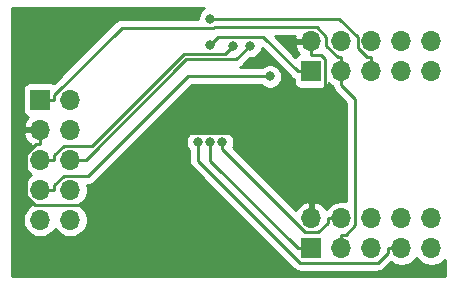
<source format=gbl>
%TF.GenerationSoftware,KiCad,Pcbnew,(5.1.6-0-10_14)*%
%TF.CreationDate,2020-09-10T16:31:07+09:00*%
%TF.ProjectId,qPCR-ledcontrol,71504352-2d6c-4656-9463-6f6e74726f6c,rev?*%
%TF.SameCoordinates,Original*%
%TF.FileFunction,Copper,L2,Bot*%
%TF.FilePolarity,Positive*%
%FSLAX46Y46*%
G04 Gerber Fmt 4.6, Leading zero omitted, Abs format (unit mm)*
G04 Created by KiCad (PCBNEW (5.1.6-0-10_14)) date 2020-09-10 16:31:07*
%MOMM*%
%LPD*%
G01*
G04 APERTURE LIST*
%TA.AperFunction,ComponentPad*%
%ADD10O,1.700000X1.700000*%
%TD*%
%TA.AperFunction,ComponentPad*%
%ADD11R,1.700000X1.700000*%
%TD*%
%TA.AperFunction,ViaPad*%
%ADD12C,0.800000*%
%TD*%
%TA.AperFunction,Conductor*%
%ADD13C,0.250000*%
%TD*%
%TA.AperFunction,Conductor*%
%ADD14C,0.254000*%
%TD*%
G04 APERTURE END LIST*
D10*
%TO.P,N_CONN1,10*%
%TO.N,N_LED_OUT2*%
X120160000Y-72460000D03*
%TO.P,N_CONN1,9*%
%TO.N,N_LED_OUT1*%
X120160000Y-75000000D03*
%TO.P,N_CONN1,8*%
%TO.N,N_LED_OUT4*%
X117620000Y-72460000D03*
%TO.P,N_CONN1,7*%
%TO.N,N_LED_OUT3*%
X117620000Y-75000000D03*
%TO.P,N_CONN1,6*%
%TO.N,N_LED_OUT7*%
X115080000Y-72460000D03*
%TO.P,N_CONN1,5*%
%TO.N,N_LED_OUT8*%
X115080000Y-75000000D03*
%TO.P,N_CONN1,4*%
%TO.N,N_LED_OUT6*%
X112540000Y-72460000D03*
%TO.P,N_CONN1,3*%
%TO.N,VCC_LED*%
X112540000Y-75000000D03*
%TO.P,N_CONN1,2*%
%TO.N,GND*%
X110000000Y-72460000D03*
D11*
%TO.P,N_CONN1,1*%
%TO.N,N_LED_OUT5*%
X110000000Y-75000000D03*
%TD*%
%TO.P,S_CONN1,1*%
%TO.N,S_LED_OUT5*%
X110000000Y-90000000D03*
D10*
%TO.P,S_CONN1,2*%
%TO.N,GND*%
X110000000Y-87460000D03*
%TO.P,S_CONN1,3*%
%TO.N,VCC_LED*%
X112540000Y-90000000D03*
%TO.P,S_CONN1,4*%
%TO.N,S_LED_OUT6*%
X112540000Y-87460000D03*
%TO.P,S_CONN1,5*%
%TO.N,S_LED_OUT8*%
X115080000Y-90000000D03*
%TO.P,S_CONN1,6*%
%TO.N,S_LED_OUT7*%
X115080000Y-87460000D03*
%TO.P,S_CONN1,7*%
%TO.N,S_LED_OUT3*%
X117620000Y-90000000D03*
%TO.P,S_CONN1,8*%
%TO.N,S_LED_OUT4*%
X117620000Y-87460000D03*
%TO.P,S_CONN1,9*%
%TO.N,S_LED_OUT1*%
X120160000Y-90000000D03*
%TO.P,S_CONN1,10*%
%TO.N,S_LED_OUT2*%
X120160000Y-87460000D03*
%TD*%
%TO.P,U1,10*%
%TO.N,I2C_SDA*%
X89575600Y-87580000D03*
%TO.P,U1,9*%
%TO.N,I2C_SCL*%
X87035600Y-87580000D03*
%TO.P,U1,8*%
%TO.N,LED_SPI_MISO*%
X89575600Y-85040000D03*
%TO.P,U1,7*%
%TO.N,LED_SPI_MOSI*%
X87035600Y-85040000D03*
%TO.P,U1,6*%
%TO.N,LED_SPI_SCLK*%
X89575600Y-82500000D03*
%TO.P,U1,5*%
%TO.N,LED_LAT*%
X87035600Y-82500000D03*
%TO.P,U1,4*%
%TO.N,LED_PWM*%
X89575600Y-79960000D03*
%TO.P,U1,3*%
%TO.N,GND*%
X87035600Y-79960000D03*
%TO.P,U1,2*%
%TO.N,VCC_LOGIC*%
X89575600Y-77420000D03*
D11*
%TO.P,U1,1*%
%TO.N,VCC_LED*%
X87035600Y-77420000D03*
%TD*%
D12*
%TO.N,N_LED_OUT8*%
X101439400Y-70575000D03*
%TO.N,N_LED_OUT5*%
X101420600Y-72796800D03*
%TO.N,S_LED_OUT5*%
X101409400Y-81022100D03*
%TO.N,S_LED_OUT6*%
X102409800Y-80996700D03*
%TO.N,S_LED_OUT3*%
X100409000Y-80991600D03*
%TO.N,LED_SPI_MOSI*%
X106494100Y-75440000D03*
%TO.N,LED_SPI_SCLK*%
X104784700Y-72846100D03*
%TO.N,LED_LAT*%
X103340900Y-72851600D03*
%TD*%
D13*
%TO.N,N_LED_OUT8*%
X115080000Y-75000000D02*
X115080000Y-73824700D01*
X101439400Y-70575000D02*
X112352200Y-70575000D01*
X112352200Y-70575000D02*
X113904700Y-72127500D01*
X113904700Y-72127500D02*
X113904700Y-73016800D01*
X113904700Y-73016800D02*
X114712600Y-73824700D01*
X114712600Y-73824700D02*
X115080000Y-73824700D01*
%TO.N,VCC_LED*%
X88210900Y-77420000D02*
X88210900Y-77052700D01*
X88210900Y-77052700D02*
X93963300Y-71300300D01*
X93963300Y-71300300D02*
X101739900Y-71300300D01*
X101739900Y-71300300D02*
X101776300Y-71263900D01*
X101776300Y-71263900D02*
X110471800Y-71263900D01*
X110471800Y-71263900D02*
X111270000Y-72062100D01*
X111270000Y-72062100D02*
X111270000Y-72874600D01*
X111270000Y-72874600D02*
X112220100Y-73824700D01*
X112220100Y-73824700D02*
X112540000Y-73824700D01*
X112540000Y-75000000D02*
X112540000Y-73824700D01*
X87035600Y-77420000D02*
X88210900Y-77420000D01*
X112540000Y-90000000D02*
X112540000Y-88824700D01*
X112540000Y-75000000D02*
X112540000Y-76175300D01*
X112540000Y-76175300D02*
X113715300Y-77350600D01*
X113715300Y-77350600D02*
X113715300Y-88016800D01*
X113715300Y-88016800D02*
X112907400Y-88824700D01*
X112907400Y-88824700D02*
X112540000Y-88824700D01*
%TO.N,GND*%
X110000000Y-80245300D02*
X111175300Y-79070000D01*
X111175300Y-79070000D02*
X111175300Y-74002600D01*
X111175300Y-74002600D02*
X110808000Y-73635300D01*
X110808000Y-73635300D02*
X110000000Y-73635300D01*
X87035600Y-81135300D02*
X86668300Y-81135300D01*
X86668300Y-81135300D02*
X85815900Y-81987700D01*
X85815900Y-81987700D02*
X85815900Y-85550600D01*
X85815900Y-85550600D02*
X86575300Y-86310000D01*
X86575300Y-86310000D02*
X92201300Y-86310000D01*
X92201300Y-86310000D02*
X98266000Y-80245300D01*
X98266000Y-80245300D02*
X110000000Y-80245300D01*
X110000000Y-80245300D02*
X110000000Y-86284700D01*
X87035600Y-79960000D02*
X87035600Y-81135300D01*
X110000000Y-87460000D02*
X110000000Y-86284700D01*
X110000000Y-72460000D02*
X110000000Y-73635300D01*
%TO.N,N_LED_OUT5*%
X108824700Y-75000000D02*
X105920100Y-72095400D01*
X105920100Y-72095400D02*
X102122000Y-72095400D01*
X102122000Y-72095400D02*
X101420600Y-72796800D01*
X110000000Y-75000000D02*
X108824700Y-75000000D01*
%TO.N,S_LED_OUT5*%
X108824700Y-90000000D02*
X101409400Y-82584700D01*
X101409400Y-82584700D02*
X101409400Y-81022100D01*
X110000000Y-90000000D02*
X108824700Y-90000000D01*
%TO.N,S_LED_OUT6*%
X111364700Y-87460000D02*
X111364700Y-87827400D01*
X111364700Y-87827400D02*
X110556800Y-88635300D01*
X110556800Y-88635300D02*
X109471500Y-88635300D01*
X109471500Y-88635300D02*
X102409800Y-81573600D01*
X102409800Y-81573600D02*
X102409800Y-80996700D01*
X112540000Y-87460000D02*
X111364700Y-87460000D01*
%TO.N,S_LED_OUT3*%
X116444700Y-90000000D02*
X116444700Y-90367300D01*
X116444700Y-90367300D02*
X115614000Y-91198000D01*
X115614000Y-91198000D02*
X109022500Y-91198000D01*
X109022500Y-91198000D02*
X100409000Y-82584500D01*
X100409000Y-82584500D02*
X100409000Y-80991600D01*
X117620000Y-90000000D02*
X116444700Y-90000000D01*
%TO.N,LED_SPI_MOSI*%
X106494100Y-75440000D02*
X99552900Y-75440000D01*
X99552900Y-75440000D02*
X91128200Y-83864700D01*
X91128200Y-83864700D02*
X89018800Y-83864700D01*
X89018800Y-83864700D02*
X88210900Y-84672600D01*
X88210900Y-84672600D02*
X88210900Y-85040000D01*
X87035600Y-85040000D02*
X88210900Y-85040000D01*
%TO.N,LED_SPI_SCLK*%
X90750900Y-82500000D02*
X90910000Y-82500000D01*
X90910000Y-82500000D02*
X99420100Y-73989900D01*
X99420100Y-73989900D02*
X103640900Y-73989900D01*
X103640900Y-73989900D02*
X104784700Y-72846100D01*
X89575600Y-82500000D02*
X90750900Y-82500000D01*
%TO.N,LED_LAT*%
X88210900Y-82500000D02*
X88210900Y-82132600D01*
X88210900Y-82132600D02*
X89018800Y-81324700D01*
X89018800Y-81324700D02*
X91448400Y-81324700D01*
X91448400Y-81324700D02*
X99251000Y-73522100D01*
X99251000Y-73522100D02*
X102670400Y-73522100D01*
X102670400Y-73522100D02*
X103340900Y-72851600D01*
X87035600Y-82500000D02*
X88210900Y-82500000D01*
%TD*%
D14*
%TO.N,GND*%
G36*
X100779626Y-69771063D02*
G01*
X100635463Y-69915226D01*
X100522195Y-70084744D01*
X100444174Y-70273102D01*
X100404400Y-70473061D01*
X100404400Y-70540300D01*
X94000622Y-70540300D01*
X93963299Y-70536624D01*
X93925976Y-70540300D01*
X93925967Y-70540300D01*
X93814314Y-70551297D01*
X93671053Y-70594754D01*
X93539023Y-70665326D01*
X93455383Y-70733968D01*
X93423299Y-70760299D01*
X93399501Y-70789297D01*
X88180950Y-76007849D01*
X88129780Y-75980498D01*
X88010082Y-75944188D01*
X87885600Y-75931928D01*
X86185600Y-75931928D01*
X86061118Y-75944188D01*
X85941420Y-75980498D01*
X85831106Y-76039463D01*
X85734415Y-76118815D01*
X85655063Y-76215506D01*
X85596098Y-76325820D01*
X85559788Y-76445518D01*
X85547528Y-76570000D01*
X85547528Y-78270000D01*
X85559788Y-78394482D01*
X85596098Y-78514180D01*
X85655063Y-78624494D01*
X85734415Y-78721185D01*
X85831106Y-78800537D01*
X85941420Y-78859502D01*
X86022066Y-78883966D01*
X85938012Y-78959731D01*
X85763959Y-79193080D01*
X85638775Y-79455901D01*
X85594124Y-79603110D01*
X85715445Y-79833000D01*
X86908600Y-79833000D01*
X86908600Y-79813000D01*
X87162600Y-79813000D01*
X87162600Y-79833000D01*
X87182600Y-79833000D01*
X87182600Y-80087000D01*
X87162600Y-80087000D01*
X87162600Y-80107000D01*
X86908600Y-80107000D01*
X86908600Y-80087000D01*
X85715445Y-80087000D01*
X85594124Y-80316890D01*
X85638775Y-80464099D01*
X85763959Y-80726920D01*
X85938012Y-80960269D01*
X86154245Y-81155178D01*
X86271134Y-81224805D01*
X86088968Y-81346525D01*
X85882125Y-81553368D01*
X85719610Y-81796589D01*
X85607668Y-82066842D01*
X85550600Y-82353740D01*
X85550600Y-82646260D01*
X85607668Y-82933158D01*
X85719610Y-83203411D01*
X85882125Y-83446632D01*
X86088968Y-83653475D01*
X86263360Y-83770000D01*
X86088968Y-83886525D01*
X85882125Y-84093368D01*
X85719610Y-84336589D01*
X85607668Y-84606842D01*
X85550600Y-84893740D01*
X85550600Y-85186260D01*
X85607668Y-85473158D01*
X85719610Y-85743411D01*
X85882125Y-85986632D01*
X86088968Y-86193475D01*
X86263360Y-86310000D01*
X86088968Y-86426525D01*
X85882125Y-86633368D01*
X85719610Y-86876589D01*
X85607668Y-87146842D01*
X85550600Y-87433740D01*
X85550600Y-87726260D01*
X85607668Y-88013158D01*
X85719610Y-88283411D01*
X85882125Y-88526632D01*
X86088968Y-88733475D01*
X86332189Y-88895990D01*
X86602442Y-89007932D01*
X86889340Y-89065000D01*
X87181860Y-89065000D01*
X87468758Y-89007932D01*
X87739011Y-88895990D01*
X87982232Y-88733475D01*
X88189075Y-88526632D01*
X88305600Y-88352240D01*
X88422125Y-88526632D01*
X88628968Y-88733475D01*
X88872189Y-88895990D01*
X89142442Y-89007932D01*
X89429340Y-89065000D01*
X89721860Y-89065000D01*
X90008758Y-89007932D01*
X90279011Y-88895990D01*
X90522232Y-88733475D01*
X90729075Y-88526632D01*
X90891590Y-88283411D01*
X91003532Y-88013158D01*
X91060600Y-87726260D01*
X91060600Y-87433740D01*
X91003532Y-87146842D01*
X90891590Y-86876589D01*
X90729075Y-86633368D01*
X90522232Y-86426525D01*
X90347840Y-86310000D01*
X90522232Y-86193475D01*
X90729075Y-85986632D01*
X90891590Y-85743411D01*
X91003532Y-85473158D01*
X91060600Y-85186260D01*
X91060600Y-84893740D01*
X91007084Y-84624700D01*
X91090878Y-84624700D01*
X91128200Y-84628376D01*
X91165522Y-84624700D01*
X91165533Y-84624700D01*
X91277186Y-84613703D01*
X91420447Y-84570246D01*
X91552476Y-84499674D01*
X91668201Y-84404701D01*
X91692004Y-84375697D01*
X99867702Y-76200000D01*
X105790389Y-76200000D01*
X105834326Y-76243937D01*
X106003844Y-76357205D01*
X106192202Y-76435226D01*
X106392161Y-76475000D01*
X106596039Y-76475000D01*
X106795998Y-76435226D01*
X106984356Y-76357205D01*
X107153874Y-76243937D01*
X107298037Y-76099774D01*
X107411305Y-75930256D01*
X107489326Y-75741898D01*
X107529100Y-75541939D01*
X107529100Y-75338061D01*
X107489326Y-75138102D01*
X107411305Y-74949744D01*
X107298037Y-74780226D01*
X107153874Y-74636063D01*
X106984356Y-74522795D01*
X106795998Y-74444774D01*
X106596039Y-74405000D01*
X106392161Y-74405000D01*
X106192202Y-74444774D01*
X106003844Y-74522795D01*
X105834326Y-74636063D01*
X105790389Y-74680000D01*
X103962044Y-74680000D01*
X104065176Y-74624874D01*
X104180901Y-74529901D01*
X104204703Y-74500898D01*
X104824502Y-73881100D01*
X104886639Y-73881100D01*
X105086598Y-73841326D01*
X105274956Y-73763305D01*
X105444474Y-73650037D01*
X105588637Y-73505874D01*
X105701905Y-73336356D01*
X105779926Y-73147998D01*
X105799498Y-73049600D01*
X108260901Y-75511003D01*
X108284699Y-75540001D01*
X108400424Y-75634974D01*
X108511928Y-75694575D01*
X108511928Y-75850000D01*
X108524188Y-75974482D01*
X108560498Y-76094180D01*
X108619463Y-76204494D01*
X108698815Y-76301185D01*
X108795506Y-76380537D01*
X108905820Y-76439502D01*
X109025518Y-76475812D01*
X109150000Y-76488072D01*
X110850000Y-76488072D01*
X110974482Y-76475812D01*
X111094180Y-76439502D01*
X111204494Y-76380537D01*
X111301185Y-76301185D01*
X111380537Y-76204494D01*
X111439502Y-76094180D01*
X111461513Y-76021620D01*
X111593368Y-76153475D01*
X111786912Y-76282797D01*
X111790998Y-76324286D01*
X111797935Y-76347154D01*
X111834454Y-76467546D01*
X111905026Y-76599576D01*
X111976201Y-76686302D01*
X112000000Y-76715301D01*
X112028998Y-76739099D01*
X112955300Y-77665402D01*
X112955301Y-86028516D01*
X112686260Y-85975000D01*
X112393740Y-85975000D01*
X112106842Y-86032068D01*
X111836589Y-86144010D01*
X111593368Y-86306525D01*
X111386525Y-86513368D01*
X111264805Y-86695534D01*
X111195178Y-86578645D01*
X111000269Y-86362412D01*
X110766920Y-86188359D01*
X110504099Y-86063175D01*
X110356890Y-86018524D01*
X110127000Y-86139845D01*
X110127000Y-87333000D01*
X110147000Y-87333000D01*
X110147000Y-87587000D01*
X110127000Y-87587000D01*
X110127000Y-87607000D01*
X109873000Y-87607000D01*
X109873000Y-87587000D01*
X109853000Y-87587000D01*
X109853000Y-87333000D01*
X109873000Y-87333000D01*
X109873000Y-86139845D01*
X109643110Y-86018524D01*
X109495901Y-86063175D01*
X109233080Y-86188359D01*
X108999731Y-86362412D01*
X108804822Y-86578645D01*
X108687166Y-86776164D01*
X103347786Y-81436785D01*
X103405026Y-81298598D01*
X103444800Y-81098639D01*
X103444800Y-80894761D01*
X103405026Y-80694802D01*
X103327005Y-80506444D01*
X103213737Y-80336926D01*
X103069574Y-80192763D01*
X102900056Y-80079495D01*
X102711698Y-80001474D01*
X102511739Y-79961700D01*
X102307861Y-79961700D01*
X102107902Y-80001474D01*
X101919544Y-80079495D01*
X101888467Y-80100260D01*
X101711298Y-80026874D01*
X101511339Y-79987100D01*
X101307461Y-79987100D01*
X101107502Y-80026874D01*
X100935045Y-80098308D01*
X100899256Y-80074395D01*
X100710898Y-79996374D01*
X100510939Y-79956600D01*
X100307061Y-79956600D01*
X100107102Y-79996374D01*
X99918744Y-80074395D01*
X99749226Y-80187663D01*
X99605063Y-80331826D01*
X99491795Y-80501344D01*
X99413774Y-80689702D01*
X99374000Y-80889661D01*
X99374000Y-81093539D01*
X99413774Y-81293498D01*
X99491795Y-81481856D01*
X99605063Y-81651374D01*
X99649001Y-81695312D01*
X99649000Y-82547177D01*
X99645324Y-82584500D01*
X99649000Y-82621822D01*
X99649000Y-82621832D01*
X99659997Y-82733485D01*
X99691745Y-82838146D01*
X99703454Y-82876746D01*
X99774026Y-83008776D01*
X99799652Y-83040001D01*
X99868999Y-83124501D01*
X99898003Y-83148304D01*
X108458701Y-91709003D01*
X108482499Y-91738001D01*
X108511497Y-91761799D01*
X108598224Y-91832974D01*
X108730253Y-91903546D01*
X108873514Y-91947003D01*
X109022500Y-91961677D01*
X109059833Y-91958000D01*
X115576678Y-91958000D01*
X115614000Y-91961676D01*
X115651322Y-91958000D01*
X115651333Y-91958000D01*
X115762986Y-91947003D01*
X115906247Y-91903546D01*
X116038276Y-91832974D01*
X116154001Y-91738001D01*
X116177803Y-91708998D01*
X116709311Y-91177491D01*
X116916589Y-91315990D01*
X117186842Y-91427932D01*
X117473740Y-91485000D01*
X117766260Y-91485000D01*
X118053158Y-91427932D01*
X118323411Y-91315990D01*
X118566632Y-91153475D01*
X118773475Y-90946632D01*
X118890000Y-90772240D01*
X119006525Y-90946632D01*
X119213368Y-91153475D01*
X119456589Y-91315990D01*
X119726842Y-91427932D01*
X120013740Y-91485000D01*
X120306260Y-91485000D01*
X120593158Y-91427932D01*
X120863411Y-91315990D01*
X121106632Y-91153475D01*
X121313475Y-90946632D01*
X121315001Y-90944348D01*
X121315001Y-92315000D01*
X84685000Y-92315000D01*
X84685000Y-69685000D01*
X100908429Y-69685000D01*
X100779626Y-69771063D01*
G37*
X100779626Y-69771063D02*
X100635463Y-69915226D01*
X100522195Y-70084744D01*
X100444174Y-70273102D01*
X100404400Y-70473061D01*
X100404400Y-70540300D01*
X94000622Y-70540300D01*
X93963299Y-70536624D01*
X93925976Y-70540300D01*
X93925967Y-70540300D01*
X93814314Y-70551297D01*
X93671053Y-70594754D01*
X93539023Y-70665326D01*
X93455383Y-70733968D01*
X93423299Y-70760299D01*
X93399501Y-70789297D01*
X88180950Y-76007849D01*
X88129780Y-75980498D01*
X88010082Y-75944188D01*
X87885600Y-75931928D01*
X86185600Y-75931928D01*
X86061118Y-75944188D01*
X85941420Y-75980498D01*
X85831106Y-76039463D01*
X85734415Y-76118815D01*
X85655063Y-76215506D01*
X85596098Y-76325820D01*
X85559788Y-76445518D01*
X85547528Y-76570000D01*
X85547528Y-78270000D01*
X85559788Y-78394482D01*
X85596098Y-78514180D01*
X85655063Y-78624494D01*
X85734415Y-78721185D01*
X85831106Y-78800537D01*
X85941420Y-78859502D01*
X86022066Y-78883966D01*
X85938012Y-78959731D01*
X85763959Y-79193080D01*
X85638775Y-79455901D01*
X85594124Y-79603110D01*
X85715445Y-79833000D01*
X86908600Y-79833000D01*
X86908600Y-79813000D01*
X87162600Y-79813000D01*
X87162600Y-79833000D01*
X87182600Y-79833000D01*
X87182600Y-80087000D01*
X87162600Y-80087000D01*
X87162600Y-80107000D01*
X86908600Y-80107000D01*
X86908600Y-80087000D01*
X85715445Y-80087000D01*
X85594124Y-80316890D01*
X85638775Y-80464099D01*
X85763959Y-80726920D01*
X85938012Y-80960269D01*
X86154245Y-81155178D01*
X86271134Y-81224805D01*
X86088968Y-81346525D01*
X85882125Y-81553368D01*
X85719610Y-81796589D01*
X85607668Y-82066842D01*
X85550600Y-82353740D01*
X85550600Y-82646260D01*
X85607668Y-82933158D01*
X85719610Y-83203411D01*
X85882125Y-83446632D01*
X86088968Y-83653475D01*
X86263360Y-83770000D01*
X86088968Y-83886525D01*
X85882125Y-84093368D01*
X85719610Y-84336589D01*
X85607668Y-84606842D01*
X85550600Y-84893740D01*
X85550600Y-85186260D01*
X85607668Y-85473158D01*
X85719610Y-85743411D01*
X85882125Y-85986632D01*
X86088968Y-86193475D01*
X86263360Y-86310000D01*
X86088968Y-86426525D01*
X85882125Y-86633368D01*
X85719610Y-86876589D01*
X85607668Y-87146842D01*
X85550600Y-87433740D01*
X85550600Y-87726260D01*
X85607668Y-88013158D01*
X85719610Y-88283411D01*
X85882125Y-88526632D01*
X86088968Y-88733475D01*
X86332189Y-88895990D01*
X86602442Y-89007932D01*
X86889340Y-89065000D01*
X87181860Y-89065000D01*
X87468758Y-89007932D01*
X87739011Y-88895990D01*
X87982232Y-88733475D01*
X88189075Y-88526632D01*
X88305600Y-88352240D01*
X88422125Y-88526632D01*
X88628968Y-88733475D01*
X88872189Y-88895990D01*
X89142442Y-89007932D01*
X89429340Y-89065000D01*
X89721860Y-89065000D01*
X90008758Y-89007932D01*
X90279011Y-88895990D01*
X90522232Y-88733475D01*
X90729075Y-88526632D01*
X90891590Y-88283411D01*
X91003532Y-88013158D01*
X91060600Y-87726260D01*
X91060600Y-87433740D01*
X91003532Y-87146842D01*
X90891590Y-86876589D01*
X90729075Y-86633368D01*
X90522232Y-86426525D01*
X90347840Y-86310000D01*
X90522232Y-86193475D01*
X90729075Y-85986632D01*
X90891590Y-85743411D01*
X91003532Y-85473158D01*
X91060600Y-85186260D01*
X91060600Y-84893740D01*
X91007084Y-84624700D01*
X91090878Y-84624700D01*
X91128200Y-84628376D01*
X91165522Y-84624700D01*
X91165533Y-84624700D01*
X91277186Y-84613703D01*
X91420447Y-84570246D01*
X91552476Y-84499674D01*
X91668201Y-84404701D01*
X91692004Y-84375697D01*
X99867702Y-76200000D01*
X105790389Y-76200000D01*
X105834326Y-76243937D01*
X106003844Y-76357205D01*
X106192202Y-76435226D01*
X106392161Y-76475000D01*
X106596039Y-76475000D01*
X106795998Y-76435226D01*
X106984356Y-76357205D01*
X107153874Y-76243937D01*
X107298037Y-76099774D01*
X107411305Y-75930256D01*
X107489326Y-75741898D01*
X107529100Y-75541939D01*
X107529100Y-75338061D01*
X107489326Y-75138102D01*
X107411305Y-74949744D01*
X107298037Y-74780226D01*
X107153874Y-74636063D01*
X106984356Y-74522795D01*
X106795998Y-74444774D01*
X106596039Y-74405000D01*
X106392161Y-74405000D01*
X106192202Y-74444774D01*
X106003844Y-74522795D01*
X105834326Y-74636063D01*
X105790389Y-74680000D01*
X103962044Y-74680000D01*
X104065176Y-74624874D01*
X104180901Y-74529901D01*
X104204703Y-74500898D01*
X104824502Y-73881100D01*
X104886639Y-73881100D01*
X105086598Y-73841326D01*
X105274956Y-73763305D01*
X105444474Y-73650037D01*
X105588637Y-73505874D01*
X105701905Y-73336356D01*
X105779926Y-73147998D01*
X105799498Y-73049600D01*
X108260901Y-75511003D01*
X108284699Y-75540001D01*
X108400424Y-75634974D01*
X108511928Y-75694575D01*
X108511928Y-75850000D01*
X108524188Y-75974482D01*
X108560498Y-76094180D01*
X108619463Y-76204494D01*
X108698815Y-76301185D01*
X108795506Y-76380537D01*
X108905820Y-76439502D01*
X109025518Y-76475812D01*
X109150000Y-76488072D01*
X110850000Y-76488072D01*
X110974482Y-76475812D01*
X111094180Y-76439502D01*
X111204494Y-76380537D01*
X111301185Y-76301185D01*
X111380537Y-76204494D01*
X111439502Y-76094180D01*
X111461513Y-76021620D01*
X111593368Y-76153475D01*
X111786912Y-76282797D01*
X111790998Y-76324286D01*
X111797935Y-76347154D01*
X111834454Y-76467546D01*
X111905026Y-76599576D01*
X111976201Y-76686302D01*
X112000000Y-76715301D01*
X112028998Y-76739099D01*
X112955300Y-77665402D01*
X112955301Y-86028516D01*
X112686260Y-85975000D01*
X112393740Y-85975000D01*
X112106842Y-86032068D01*
X111836589Y-86144010D01*
X111593368Y-86306525D01*
X111386525Y-86513368D01*
X111264805Y-86695534D01*
X111195178Y-86578645D01*
X111000269Y-86362412D01*
X110766920Y-86188359D01*
X110504099Y-86063175D01*
X110356890Y-86018524D01*
X110127000Y-86139845D01*
X110127000Y-87333000D01*
X110147000Y-87333000D01*
X110147000Y-87587000D01*
X110127000Y-87587000D01*
X110127000Y-87607000D01*
X109873000Y-87607000D01*
X109873000Y-87587000D01*
X109853000Y-87587000D01*
X109853000Y-87333000D01*
X109873000Y-87333000D01*
X109873000Y-86139845D01*
X109643110Y-86018524D01*
X109495901Y-86063175D01*
X109233080Y-86188359D01*
X108999731Y-86362412D01*
X108804822Y-86578645D01*
X108687166Y-86776164D01*
X103347786Y-81436785D01*
X103405026Y-81298598D01*
X103444800Y-81098639D01*
X103444800Y-80894761D01*
X103405026Y-80694802D01*
X103327005Y-80506444D01*
X103213737Y-80336926D01*
X103069574Y-80192763D01*
X102900056Y-80079495D01*
X102711698Y-80001474D01*
X102511739Y-79961700D01*
X102307861Y-79961700D01*
X102107902Y-80001474D01*
X101919544Y-80079495D01*
X101888467Y-80100260D01*
X101711298Y-80026874D01*
X101511339Y-79987100D01*
X101307461Y-79987100D01*
X101107502Y-80026874D01*
X100935045Y-80098308D01*
X100899256Y-80074395D01*
X100710898Y-79996374D01*
X100510939Y-79956600D01*
X100307061Y-79956600D01*
X100107102Y-79996374D01*
X99918744Y-80074395D01*
X99749226Y-80187663D01*
X99605063Y-80331826D01*
X99491795Y-80501344D01*
X99413774Y-80689702D01*
X99374000Y-80889661D01*
X99374000Y-81093539D01*
X99413774Y-81293498D01*
X99491795Y-81481856D01*
X99605063Y-81651374D01*
X99649001Y-81695312D01*
X99649000Y-82547177D01*
X99645324Y-82584500D01*
X99649000Y-82621822D01*
X99649000Y-82621832D01*
X99659997Y-82733485D01*
X99691745Y-82838146D01*
X99703454Y-82876746D01*
X99774026Y-83008776D01*
X99799652Y-83040001D01*
X99868999Y-83124501D01*
X99898003Y-83148304D01*
X108458701Y-91709003D01*
X108482499Y-91738001D01*
X108511497Y-91761799D01*
X108598224Y-91832974D01*
X108730253Y-91903546D01*
X108873514Y-91947003D01*
X109022500Y-91961677D01*
X109059833Y-91958000D01*
X115576678Y-91958000D01*
X115614000Y-91961676D01*
X115651322Y-91958000D01*
X115651333Y-91958000D01*
X115762986Y-91947003D01*
X115906247Y-91903546D01*
X116038276Y-91832974D01*
X116154001Y-91738001D01*
X116177803Y-91708998D01*
X116709311Y-91177491D01*
X116916589Y-91315990D01*
X117186842Y-91427932D01*
X117473740Y-91485000D01*
X117766260Y-91485000D01*
X118053158Y-91427932D01*
X118323411Y-91315990D01*
X118566632Y-91153475D01*
X118773475Y-90946632D01*
X118890000Y-90772240D01*
X119006525Y-90946632D01*
X119213368Y-91153475D01*
X119456589Y-91315990D01*
X119726842Y-91427932D01*
X120013740Y-91485000D01*
X120306260Y-91485000D01*
X120593158Y-91427932D01*
X120863411Y-91315990D01*
X121106632Y-91153475D01*
X121313475Y-90946632D01*
X121315001Y-90944348D01*
X121315001Y-92315000D01*
X84685000Y-92315000D01*
X84685000Y-69685000D01*
X100908429Y-69685000D01*
X100779626Y-69771063D01*
G36*
X108558519Y-72103109D02*
G01*
X108679186Y-72333000D01*
X109873000Y-72333000D01*
X109873000Y-72313000D01*
X110127000Y-72313000D01*
X110127000Y-72333000D01*
X110147000Y-72333000D01*
X110147000Y-72587000D01*
X110127000Y-72587000D01*
X110127000Y-72607000D01*
X109873000Y-72607000D01*
X109873000Y-72587000D01*
X108679186Y-72587000D01*
X108558519Y-72816891D01*
X108655843Y-73091252D01*
X108804822Y-73341355D01*
X108981626Y-73537502D01*
X108905820Y-73560498D01*
X108795506Y-73619463D01*
X108698815Y-73698815D01*
X108653515Y-73754013D01*
X106923401Y-72023900D01*
X108586617Y-72023900D01*
X108558519Y-72103109D01*
G37*
X108558519Y-72103109D02*
X108679186Y-72333000D01*
X109873000Y-72333000D01*
X109873000Y-72313000D01*
X110127000Y-72313000D01*
X110127000Y-72333000D01*
X110147000Y-72333000D01*
X110147000Y-72587000D01*
X110127000Y-72587000D01*
X110127000Y-72607000D01*
X109873000Y-72607000D01*
X109873000Y-72587000D01*
X108679186Y-72587000D01*
X108558519Y-72816891D01*
X108655843Y-73091252D01*
X108804822Y-73341355D01*
X108981626Y-73537502D01*
X108905820Y-73560498D01*
X108795506Y-73619463D01*
X108698815Y-73698815D01*
X108653515Y-73754013D01*
X106923401Y-72023900D01*
X108586617Y-72023900D01*
X108558519Y-72103109D01*
%TD*%
M02*

</source>
